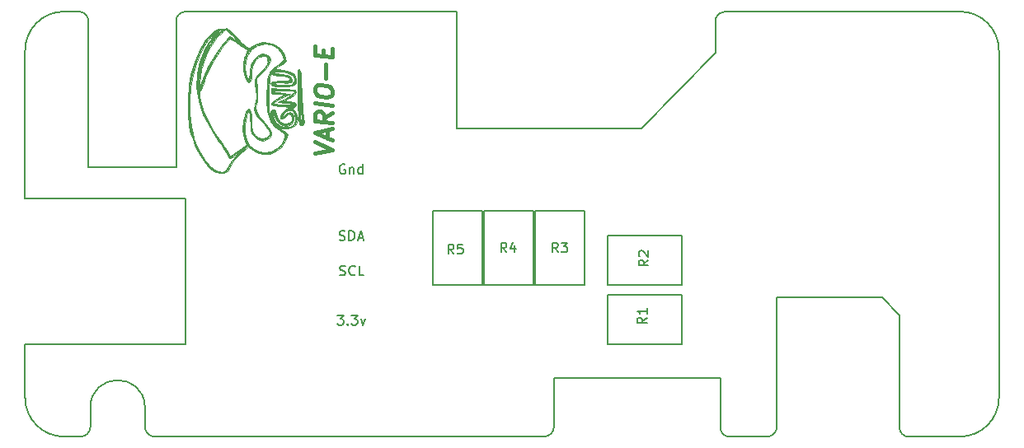
<source format=gto>
%TF.GenerationSoftware,KiCad,Pcbnew,(5.0.0)*%
%TF.CreationDate,2019-07-13T01:50:26+02:00*%
%TF.ProjectId,Gnu vario V1.10,476E7520766172696F2056312E31302E,V 1.10*%
%TF.SameCoordinates,Original*%
%TF.FileFunction,Legend,Top*%
%TF.FilePolarity,Positive*%
%FSLAX46Y46*%
G04 Gerber Fmt 4.6, Leading zero omitted, Abs format (unit mm)*
G04 Created by KiCad (PCBNEW (5.0.0)) date 07/13/19 01:50:26*
%MOMM*%
%LPD*%
G01*
G04 APERTURE LIST*
%ADD10C,0.150000*%
%ADD11C,0.450000*%
%ADD12C,0.010000*%
G04 APERTURE END LIST*
D10*
X162700000Y-95300000D02*
X173500000Y-95300000D01*
X162700000Y-108600000D02*
G75*
G02X161700000Y-109600000I-1000000J0D01*
G01*
X176200000Y-109600000D02*
G75*
G02X175300000Y-108700000I0J900000D01*
G01*
X175300000Y-97100000D02*
X175300000Y-108700000D01*
X173500000Y-95300000D02*
X175300000Y-97100000D01*
X162700000Y-95300000D02*
X162700000Y-108600000D01*
X157800000Y-109600000D02*
G75*
G02X156900000Y-108700000I0J900000D01*
G01*
X85500000Y-69900000D02*
X85500000Y-85100000D01*
X102000000Y-100100000D02*
X85500000Y-100100000D01*
X102000000Y-85100000D02*
X102000000Y-100100000D01*
X101000000Y-85100000D02*
X102000000Y-85100000D01*
X101000000Y-85100000D02*
X85500000Y-85100000D01*
X148800000Y-77900000D02*
X156400000Y-70100000D01*
X129800000Y-77900000D02*
X148800000Y-77900000D01*
X129800000Y-65900000D02*
X129800000Y-77900000D01*
X157800000Y-109600000D02*
X161700000Y-109600000D01*
X175700000Y-65900000D02*
X162400000Y-65900000D01*
X162400000Y-65900000D02*
X157400000Y-65900000D01*
X156402857Y-66600886D02*
G75*
G02X157400000Y-65900000I952331J-295115D01*
G01*
X156400000Y-66600000D02*
X156400000Y-70100000D01*
X98800000Y-109600000D02*
G75*
G02X97800000Y-108600000I0J1000000D01*
G01*
X92198215Y-108600000D02*
G75*
G02X91198215Y-109600000I-1000000J0D01*
G01*
X92198215Y-106600000D02*
G75*
G02X97800000Y-106500000I2801785J0D01*
G01*
X97800000Y-108600000D02*
X97800000Y-106500000D01*
X92200000Y-108600000D02*
X92198215Y-106600000D01*
X139800000Y-108600000D02*
G75*
G02X138800000Y-109600000I-1000000J0D01*
G01*
X101000000Y-66900000D02*
G75*
G02X102000000Y-65900000I1000000J0D01*
G01*
X91000000Y-65900000D02*
G75*
G02X92000000Y-66900000I0J-1000000D01*
G01*
X85500000Y-69900000D02*
G75*
G02X89500000Y-65900000I4000000J0D01*
G01*
X89500000Y-109600000D02*
G75*
G02X85500000Y-105600000I0J4000000D01*
G01*
X185500000Y-105600000D02*
G75*
G02X181500000Y-109600000I-4000000J0D01*
G01*
X181500000Y-65900000D02*
G75*
G02X185500000Y-69900000I0J-4000000D01*
G01*
X156900000Y-103600000D02*
X139800000Y-103600000D01*
X139800000Y-103600000D02*
X139800000Y-108600000D01*
X156900000Y-108700000D02*
X156900000Y-103600000D01*
X138800000Y-109600000D02*
X98800000Y-109600000D01*
X181500000Y-109600000D02*
X176200000Y-109600000D01*
X185500000Y-69900000D02*
X185500000Y-105600000D01*
X175700000Y-65900000D02*
X181500000Y-65900000D01*
X102000000Y-65900000D02*
X129800000Y-65900000D01*
X101000000Y-81900000D02*
X101000000Y-66900000D01*
X92000000Y-81900000D02*
X101000000Y-81900000D01*
X92000000Y-66900000D02*
X92000000Y-81900000D01*
X89500000Y-65900000D02*
X91000000Y-65900000D01*
X85500000Y-105600000D02*
X85500000Y-100100000D01*
X91200000Y-109600000D02*
X89500000Y-109600000D01*
D11*
X115234285Y-80461026D02*
X117034285Y-80086026D01*
X115234285Y-79261026D01*
X116520000Y-78907455D02*
X116520000Y-78050312D01*
X117034285Y-79143169D02*
X115234285Y-78318169D01*
X117034285Y-77943169D01*
X117034285Y-76314598D02*
X116177142Y-76807455D01*
X117034285Y-77343169D02*
X115234285Y-77118169D01*
X115234285Y-76432455D01*
X115320000Y-76271741D01*
X115405714Y-76196741D01*
X115577142Y-76132455D01*
X115834285Y-76164598D01*
X116005714Y-76271741D01*
X116091428Y-76368169D01*
X116177142Y-76550312D01*
X116177142Y-77236026D01*
X117034285Y-75543169D02*
X115234285Y-75318169D01*
X115234285Y-74118169D02*
X115234285Y-73775312D01*
X115320000Y-73614598D01*
X115491428Y-73464598D01*
X115834285Y-73421741D01*
X116434285Y-73496741D01*
X116777142Y-73625312D01*
X116948571Y-73818169D01*
X117034285Y-74000312D01*
X117034285Y-74343169D01*
X116948571Y-74503883D01*
X116777142Y-74653883D01*
X116434285Y-74696741D01*
X115834285Y-74621741D01*
X115491428Y-74493169D01*
X115320000Y-74300312D01*
X115234285Y-74118169D01*
X116348571Y-72714598D02*
X116348571Y-71343169D01*
X116091428Y-70453883D02*
X116091428Y-69853883D01*
X117034285Y-69714598D02*
X117034285Y-70571741D01*
X115234285Y-70346741D01*
X115234285Y-69489598D01*
D10*
X145330000Y-88970000D02*
X152950000Y-88970000D01*
X145330000Y-94050000D02*
X145330000Y-88970000D01*
X152950000Y-94050000D02*
X145330000Y-94050000D01*
X152950000Y-88970000D02*
X152950000Y-94050000D01*
X132410000Y-86420000D02*
X132410000Y-94040000D01*
X127330000Y-86420000D02*
X132410000Y-86420000D01*
X127330000Y-94040000D02*
X127330000Y-86420000D01*
X132410000Y-94040000D02*
X127330000Y-94040000D01*
X137670000Y-86420000D02*
X137670000Y-94040000D01*
X132590000Y-86420000D02*
X137670000Y-86420000D01*
X132590000Y-94040000D02*
X132590000Y-86420000D01*
X137670000Y-94040000D02*
X132590000Y-94040000D01*
X142930000Y-86420000D02*
X142930000Y-94040000D01*
X137850000Y-86420000D02*
X142930000Y-86420000D01*
X137850000Y-94040000D02*
X137850000Y-86420000D01*
X142930000Y-94040000D02*
X137850000Y-94040000D01*
X145330000Y-95030000D02*
X152950000Y-95030000D01*
X145330000Y-100110000D02*
X145330000Y-95030000D01*
X152950000Y-100110000D02*
X145330000Y-100110000D01*
X152950000Y-95030000D02*
X152950000Y-100110000D01*
D12*
G36*
X113467092Y-72500744D02*
X113483447Y-72164129D01*
X113514138Y-71961910D01*
X113560527Y-71864224D01*
X113617221Y-71841000D01*
X113687629Y-71879071D01*
X113743094Y-72014476D01*
X113787459Y-72279010D01*
X113824570Y-72704463D01*
X113858270Y-73322630D01*
X113889805Y-74095250D01*
X113923734Y-74869663D01*
X113964735Y-75594817D01*
X114009039Y-76216330D01*
X114052878Y-76679819D01*
X114083682Y-76893493D01*
X114137654Y-77248914D01*
X114102759Y-77443702D01*
X113964154Y-77560199D01*
X113963430Y-77560587D01*
X113900409Y-77574027D01*
X113900409Y-77283217D01*
X113910949Y-77089380D01*
X113884413Y-76730500D01*
X113837779Y-76318330D01*
X113792455Y-76020996D01*
X113763859Y-75915584D01*
X113727286Y-75967999D01*
X113719106Y-76194171D01*
X113734384Y-76516051D01*
X113768189Y-76855592D01*
X113815586Y-77134745D01*
X113847479Y-77238500D01*
X113900409Y-77283217D01*
X113900409Y-77574027D01*
X113729269Y-77610525D01*
X113642712Y-77536928D01*
X113639114Y-77516626D01*
X113639114Y-74792503D01*
X113651997Y-74742543D01*
X113661632Y-74479269D01*
X113667055Y-74023022D01*
X113667891Y-73682500D01*
X113665114Y-73131328D01*
X113657681Y-72767808D01*
X113646555Y-72610411D01*
X113632695Y-72677605D01*
X113623589Y-72830807D01*
X113607006Y-73458853D01*
X113608972Y-74139297D01*
X113623949Y-74608807D01*
X113639114Y-74792503D01*
X113639114Y-77516626D01*
X113613411Y-77371588D01*
X113582300Y-76991257D01*
X113551414Y-76434915D01*
X113522784Y-75741540D01*
X113498443Y-74950113D01*
X113490380Y-74615584D01*
X113471923Y-73696609D01*
X113463705Y-73001616D01*
X113467092Y-72500744D01*
X113467092Y-72500744D01*
G37*
X113467092Y-72500744D02*
X113483447Y-72164129D01*
X113514138Y-71961910D01*
X113560527Y-71864224D01*
X113617221Y-71841000D01*
X113687629Y-71879071D01*
X113743094Y-72014476D01*
X113787459Y-72279010D01*
X113824570Y-72704463D01*
X113858270Y-73322630D01*
X113889805Y-74095250D01*
X113923734Y-74869663D01*
X113964735Y-75594817D01*
X114009039Y-76216330D01*
X114052878Y-76679819D01*
X114083682Y-76893493D01*
X114137654Y-77248914D01*
X114102759Y-77443702D01*
X113964154Y-77560199D01*
X113963430Y-77560587D01*
X113900409Y-77574027D01*
X113900409Y-77283217D01*
X113910949Y-77089380D01*
X113884413Y-76730500D01*
X113837779Y-76318330D01*
X113792455Y-76020996D01*
X113763859Y-75915584D01*
X113727286Y-75967999D01*
X113719106Y-76194171D01*
X113734384Y-76516051D01*
X113768189Y-76855592D01*
X113815586Y-77134745D01*
X113847479Y-77238500D01*
X113900409Y-77283217D01*
X113900409Y-77574027D01*
X113729269Y-77610525D01*
X113642712Y-77536928D01*
X113639114Y-77516626D01*
X113639114Y-74792503D01*
X113651997Y-74742543D01*
X113661632Y-74479269D01*
X113667055Y-74023022D01*
X113667891Y-73682500D01*
X113665114Y-73131328D01*
X113657681Y-72767808D01*
X113646555Y-72610411D01*
X113632695Y-72677605D01*
X113623589Y-72830807D01*
X113607006Y-73458853D01*
X113608972Y-74139297D01*
X113623949Y-74608807D01*
X113639114Y-74792503D01*
X113639114Y-77516626D01*
X113613411Y-77371588D01*
X113582300Y-76991257D01*
X113551414Y-76434915D01*
X113522784Y-75741540D01*
X113498443Y-74950113D01*
X113490380Y-74615584D01*
X113471923Y-73696609D01*
X113463705Y-73001616D01*
X113467092Y-72500744D01*
G36*
X102239158Y-75397000D02*
X102247416Y-74563156D01*
X102268314Y-73918831D01*
X102308395Y-73399620D01*
X102374201Y-72941115D01*
X102472274Y-72478911D01*
X102577463Y-72066574D01*
X102950153Y-70911583D01*
X103414995Y-69867289D01*
X103948046Y-68979052D01*
X104525364Y-68292233D01*
X104612488Y-68211014D01*
X105043375Y-67861511D01*
X105351879Y-67703457D01*
X105506935Y-67698288D01*
X105828364Y-67695284D01*
X105992284Y-67638609D01*
X106117873Y-67610945D01*
X106278976Y-67672273D01*
X106509057Y-67848037D01*
X106841582Y-68163681D01*
X107295396Y-68629380D01*
X107746259Y-69096263D01*
X108060255Y-69403543D01*
X108274519Y-69576661D01*
X108426181Y-69641057D01*
X108552374Y-69622172D01*
X108659894Y-69564226D01*
X109350215Y-69206122D01*
X109956454Y-69050620D01*
X110539133Y-69091498D01*
X111133113Y-69310011D01*
X111694204Y-69717154D01*
X112092786Y-70295015D01*
X112242123Y-70723847D01*
X112265131Y-70938036D01*
X112180917Y-71104393D01*
X111942485Y-71286098D01*
X111726994Y-71416404D01*
X111131112Y-71765614D01*
X111996259Y-71925288D01*
X112626768Y-72077722D01*
X113037798Y-72274608D01*
X113263160Y-72541428D01*
X113336666Y-72903663D01*
X113337000Y-72935716D01*
X113293357Y-73238855D01*
X113138253Y-73440258D01*
X112835420Y-73555219D01*
X112428609Y-73591831D01*
X112428609Y-73471297D01*
X112763008Y-73429546D01*
X112968218Y-73330981D01*
X113005154Y-73297703D01*
X113187732Y-73016147D01*
X113145337Y-72721277D01*
X112984435Y-72479579D01*
X112764080Y-72299760D01*
X112411261Y-72178381D01*
X111936685Y-72101053D01*
X111508703Y-72056578D01*
X111192712Y-72037926D01*
X111061583Y-72048044D01*
X111060249Y-72143643D01*
X111293348Y-72227877D01*
X111770375Y-72304070D01*
X111804886Y-72308213D01*
X112348049Y-72423419D01*
X112731209Y-72609175D01*
X112920297Y-72843066D01*
X112913812Y-73037757D01*
X112833885Y-73150897D01*
X112666147Y-73211695D01*
X112354586Y-73229790D01*
X111876305Y-73216289D01*
X111362908Y-73209247D01*
X111051267Y-73239647D01*
X110965580Y-73301500D01*
X111103924Y-73369025D01*
X111428173Y-73427171D01*
X111870244Y-73464039D01*
X111904063Y-73465525D01*
X112428609Y-73471297D01*
X112428609Y-73591831D01*
X112348595Y-73599033D01*
X111780038Y-73592367D01*
X111263915Y-73568652D01*
X110951625Y-73532933D01*
X110793009Y-73471270D01*
X110737908Y-73369722D01*
X110733500Y-73301500D01*
X110755996Y-73171633D01*
X110858578Y-73095435D01*
X111093881Y-73058869D01*
X111514543Y-73047899D01*
X111686000Y-73047500D01*
X112149702Y-73031781D01*
X112503216Y-72990234D01*
X112680150Y-72931276D01*
X112687750Y-72920500D01*
X112632581Y-72761758D01*
X112378693Y-72621787D01*
X111981365Y-72520578D01*
X111495874Y-72478120D01*
X111463750Y-72477873D01*
X111010973Y-72446876D01*
X110803322Y-72357377D01*
X110788949Y-72317250D01*
X110746318Y-72286340D01*
X110678085Y-72412500D01*
X110630157Y-72652111D01*
X110587418Y-73085385D01*
X110552467Y-73652003D01*
X110527905Y-74291641D01*
X110516333Y-74943978D01*
X110520351Y-75548691D01*
X110530259Y-75841500D01*
X110553667Y-76199886D01*
X110588948Y-76335635D01*
X110651586Y-76280083D01*
X110700293Y-76185617D01*
X110887919Y-75955936D01*
X111080787Y-75955590D01*
X111230574Y-76165627D01*
X111282715Y-76414041D01*
X111429647Y-76910179D01*
X111738000Y-77262023D01*
X112163285Y-77423562D01*
X112264087Y-77429000D01*
X112673024Y-77344908D01*
X112894776Y-77108670D01*
X112907237Y-76744348D01*
X112904262Y-76732150D01*
X112757818Y-76471289D01*
X112547715Y-76437249D01*
X112337776Y-76637158D01*
X112321000Y-76667000D01*
X112141442Y-76847269D01*
X111913806Y-76917448D01*
X111733314Y-76865449D01*
X111686000Y-76747628D01*
X111769317Y-76504920D01*
X111968031Y-76222656D01*
X112205279Y-75992349D01*
X112393717Y-75905000D01*
X112556768Y-75836483D01*
X112575000Y-75783564D01*
X112458531Y-75719910D01*
X112387171Y-75706996D01*
X112387171Y-75506854D01*
X112745745Y-75501276D01*
X112981461Y-75474791D01*
X113030795Y-75429462D01*
X112860946Y-75366752D01*
X112521799Y-75304043D01*
X112215878Y-75267873D01*
X111495500Y-75200822D01*
X112194000Y-74839352D01*
X112753762Y-74533412D01*
X113075628Y-74309303D01*
X113156581Y-74155469D01*
X112993601Y-74060353D01*
X112583674Y-74012400D01*
X111974838Y-74000000D01*
X111403990Y-74012529D01*
X111080190Y-74046273D01*
X111004978Y-74095470D01*
X111179890Y-74154359D01*
X111606465Y-74217176D01*
X111908706Y-74247725D01*
X112765500Y-74325203D01*
X111813000Y-74822278D01*
X111356264Y-75063754D01*
X111098963Y-75216237D01*
X111014606Y-75306814D01*
X111076704Y-75362572D01*
X111241500Y-75406651D01*
X111568328Y-75458691D01*
X111972459Y-75492375D01*
X112387171Y-75506854D01*
X112387171Y-75706996D01*
X112151220Y-75664292D01*
X111716207Y-75627599D01*
X111654250Y-75624814D01*
X111104516Y-75577782D01*
X110802947Y-75486105D01*
X110748038Y-75341937D01*
X110938283Y-75137429D01*
X111372176Y-74864732D01*
X111495500Y-74797321D01*
X112257500Y-74388142D01*
X111527250Y-74384571D01*
X111116014Y-74375193D01*
X110897832Y-74334117D01*
X110811800Y-74234185D01*
X110797000Y-74058937D01*
X110797000Y-73736874D01*
X111971750Y-73820782D01*
X112498843Y-73868092D01*
X112929973Y-73924778D01*
X113202032Y-73981693D01*
X113258613Y-74007308D01*
X113326585Y-74207076D01*
X113166124Y-74447331D01*
X112794979Y-74706028D01*
X112625750Y-74793399D01*
X112033260Y-75079500D01*
X112652277Y-75143000D01*
X113056070Y-75210465D01*
X113261091Y-75322041D01*
X113315193Y-75437752D01*
X113252338Y-75659825D01*
X113110363Y-75734047D01*
X112955315Y-75791305D01*
X112964216Y-75885597D01*
X113146692Y-76084132D01*
X113162817Y-76100273D01*
X113409495Y-76511849D01*
X113452135Y-76996808D01*
X113288700Y-77474543D01*
X113200782Y-77602373D01*
X112844989Y-77865186D01*
X112371438Y-77961258D01*
X112167496Y-77933578D01*
X112167496Y-77787332D01*
X112637700Y-77751310D01*
X112890040Y-77632791D01*
X113104567Y-77437066D01*
X113196059Y-77162834D01*
X113210000Y-76879973D01*
X113176301Y-76506591D01*
X113092088Y-76233011D01*
X113057600Y-76184400D01*
X112771882Y-76053358D01*
X112433526Y-76093859D01*
X112132341Y-76267958D01*
X111958137Y-76537714D01*
X111943861Y-76654934D01*
X111964679Y-76781714D01*
X112046192Y-76687511D01*
X112076300Y-76636808D01*
X112294139Y-76395015D01*
X112461557Y-76278745D01*
X112740327Y-76227361D01*
X112949296Y-76361539D01*
X113072619Y-76618638D01*
X113094452Y-76936017D01*
X112998951Y-77251036D01*
X112770661Y-77500797D01*
X112351029Y-77642289D01*
X111916598Y-77569549D01*
X111518310Y-77313689D01*
X111207109Y-76905823D01*
X111046061Y-76447512D01*
X110953209Y-75968500D01*
X110938604Y-76442747D01*
X111032395Y-76931672D01*
X111307022Y-77342252D01*
X111704662Y-77639226D01*
X112167496Y-77787332D01*
X112167496Y-77933578D01*
X111853636Y-77890978D01*
X111365095Y-77654735D01*
X111282994Y-77592221D01*
X111041655Y-77400519D01*
X110976491Y-77369129D01*
X111070594Y-77493328D01*
X111114500Y-77545178D01*
X111392390Y-77782689D01*
X111778822Y-78015127D01*
X111908250Y-78075945D01*
X112229297Y-78246950D01*
X112421904Y-78412113D01*
X112446759Y-78472237D01*
X112395294Y-78670966D01*
X112263920Y-79011465D01*
X112138476Y-79294967D01*
X111779544Y-79851567D01*
X111278309Y-80243751D01*
X110590180Y-80505157D01*
X110506491Y-80526093D01*
X110138230Y-80539058D01*
X110138230Y-80348382D01*
X110770397Y-80250060D01*
X111338736Y-79986922D01*
X111782096Y-79573125D01*
X111946755Y-79294800D01*
X112125504Y-78848383D01*
X112156417Y-78553617D01*
X112022728Y-78344582D01*
X111707667Y-78155357D01*
X111649830Y-78127500D01*
X111080304Y-77728122D01*
X110860500Y-77412033D01*
X110860500Y-77175000D01*
X110924000Y-77111500D01*
X110860500Y-77048000D01*
X110797000Y-77111500D01*
X110860500Y-77175000D01*
X110860500Y-77412033D01*
X110733500Y-77229401D01*
X110733500Y-76921000D01*
X110797000Y-76857500D01*
X110733500Y-76794000D01*
X110670000Y-76857500D01*
X110733500Y-76921000D01*
X110733500Y-77229401D01*
X110673770Y-77143506D01*
X110424945Y-76373417D01*
X110364481Y-76044446D01*
X110324219Y-75728097D01*
X110302147Y-75369947D01*
X110296255Y-74915574D01*
X110304529Y-74310556D01*
X110322309Y-73596564D01*
X110366592Y-72912907D01*
X110479663Y-72412266D01*
X110697453Y-72025791D01*
X111055895Y-71684634D01*
X111470501Y-71396500D01*
X111871916Y-71087233D01*
X112044179Y-70794949D01*
X112002323Y-70466703D01*
X111825968Y-70144445D01*
X111347954Y-69627974D01*
X110756796Y-69318023D01*
X110100645Y-69229117D01*
X109427654Y-69375777D01*
X109365087Y-69402271D01*
X108780345Y-69791472D01*
X108356281Y-70345625D01*
X108112442Y-71018501D01*
X108068374Y-71763870D01*
X108155507Y-72263080D01*
X108271595Y-72604876D01*
X108387710Y-72807837D01*
X108443251Y-72834580D01*
X108512456Y-72695630D01*
X108561124Y-72381019D01*
X108575523Y-72095000D01*
X108679177Y-71360145D01*
X108965456Y-70795210D01*
X109430775Y-70406854D01*
X109505180Y-70369234D01*
X109864664Y-70241167D01*
X110149109Y-70264579D01*
X110244574Y-70302583D01*
X110571216Y-70552387D01*
X110664318Y-70893493D01*
X110525031Y-71320067D01*
X110154507Y-71826271D01*
X109889820Y-72100708D01*
X109245629Y-72724882D01*
X109332829Y-73838691D01*
X109364682Y-74577248D01*
X109330467Y-75110573D01*
X109277769Y-75323813D01*
X109190633Y-75737119D01*
X109266106Y-76154653D01*
X109520889Y-76618199D01*
X109971683Y-77169542D01*
X110049130Y-77253690D01*
X110507432Y-77798553D01*
X110753482Y-78232492D01*
X110790844Y-78578521D01*
X110623083Y-78859651D01*
X110329099Y-79060988D01*
X109901634Y-79195682D01*
X109503643Y-79109413D01*
X109085663Y-78790954D01*
X109069800Y-78775201D01*
X108845785Y-78534826D01*
X108715764Y-78318768D01*
X108653310Y-78045163D01*
X108631996Y-77632150D01*
X108629073Y-77409951D01*
X108611203Y-76913398D01*
X108572669Y-76490950D01*
X108521612Y-76230199D01*
X108518687Y-76222500D01*
X108449560Y-76118621D01*
X108373430Y-76190140D01*
X108269385Y-76466591D01*
X108210113Y-76658301D01*
X108039310Y-77531006D01*
X108051644Y-78353502D01*
X108238109Y-79083883D01*
X108589699Y-79680244D01*
X108927024Y-79993940D01*
X109503389Y-80267728D01*
X110138230Y-80348382D01*
X110138230Y-80539058D01*
X110056249Y-80541945D01*
X109512012Y-80431298D01*
X108981634Y-80221838D01*
X108727793Y-80069507D01*
X108370759Y-79815276D01*
X107538908Y-80558888D01*
X106961590Y-81133735D01*
X106614845Y-81621237D01*
X106537943Y-81797805D01*
X106356206Y-82209886D01*
X106122421Y-82425861D01*
X105765665Y-82501776D01*
X105765665Y-82387441D01*
X106108229Y-82211621D01*
X106372967Y-81819272D01*
X106389440Y-81779908D01*
X106617345Y-81368110D01*
X106925643Y-80978752D01*
X106975193Y-80929490D01*
X107258906Y-80646563D01*
X107351299Y-80520192D01*
X107252000Y-80553577D01*
X106999144Y-80722353D01*
X106662211Y-80930640D01*
X106547990Y-80945488D01*
X106547990Y-80835007D01*
X107383378Y-80212681D01*
X108218765Y-79590354D01*
X107984125Y-78922427D01*
X107817040Y-78081832D01*
X107878790Y-77153317D01*
X108028338Y-76540000D01*
X108206972Y-76077504D01*
X108378737Y-75858728D01*
X108532025Y-75873440D01*
X108655229Y-76111405D01*
X108736743Y-76562389D01*
X108765000Y-77189530D01*
X108774689Y-77710674D01*
X108816234Y-78056283D01*
X108908344Y-78304480D01*
X109069733Y-78533390D01*
X109093789Y-78562256D01*
X109462454Y-78850903D01*
X109886387Y-78961941D01*
X110286016Y-78884318D01*
X110470428Y-78753429D01*
X110622935Y-78546040D01*
X110638319Y-78325919D01*
X110500339Y-78049169D01*
X110192756Y-77671892D01*
X109988731Y-77451322D01*
X109640639Y-77067307D01*
X109350720Y-76719078D01*
X109175181Y-76474603D01*
X109163231Y-76453100D01*
X109033708Y-75976520D01*
X109058955Y-75431643D01*
X109166352Y-75085549D01*
X109239407Y-74822825D01*
X109239959Y-74466176D01*
X109167432Y-73944450D01*
X109156587Y-73882970D01*
X109077553Y-73332942D01*
X109091131Y-72927803D01*
X109225492Y-72588538D01*
X109508808Y-72236130D01*
X109869026Y-71884740D01*
X110191393Y-71560762D01*
X110354524Y-71315244D01*
X110400484Y-71071748D01*
X110393190Y-70932240D01*
X110328783Y-70630708D01*
X110169229Y-70498886D01*
X110009530Y-70467921D01*
X109541618Y-70525556D01*
X109170477Y-70801957D01*
X108911237Y-71275368D01*
X108779029Y-71924033D01*
X108765000Y-72257393D01*
X108727192Y-72730766D01*
X108626226Y-73050977D01*
X108480782Y-73185481D01*
X108309545Y-73101737D01*
X108292276Y-73080817D01*
X108043671Y-72592155D01*
X107910928Y-71965815D01*
X107899596Y-71292912D01*
X108015221Y-70664562D01*
X108128079Y-70384267D01*
X108274292Y-70081922D01*
X108348579Y-69896982D01*
X108350329Y-69872283D01*
X108239460Y-69797329D01*
X107970445Y-69613166D01*
X107594278Y-69354728D01*
X107457165Y-69260370D01*
X107048966Y-68986777D01*
X106721048Y-68780799D01*
X106528428Y-68676526D01*
X106504665Y-68670187D01*
X106396095Y-68767973D01*
X106176759Y-69027533D01*
X105883498Y-69403936D01*
X105688548Y-69665581D01*
X104768351Y-71100139D01*
X104043058Y-72614023D01*
X103807942Y-73250046D01*
X103651828Y-73673129D01*
X103508304Y-73993566D01*
X103449558Y-74081355D01*
X103449558Y-73682500D01*
X103683460Y-73024826D01*
X104298501Y-71582916D01*
X105101971Y-70213494D01*
X105540425Y-69594466D01*
X105881100Y-69138562D01*
X106163189Y-68763458D01*
X106353891Y-68512619D01*
X106419308Y-68429896D01*
X106539992Y-68466891D01*
X106787096Y-68614655D01*
X106884437Y-68681456D01*
X107304500Y-68978621D01*
X106796500Y-68381975D01*
X106499694Y-68065689D01*
X106242682Y-67847765D01*
X106104471Y-67781165D01*
X105883068Y-67879456D01*
X105573629Y-68150364D01*
X105372403Y-68373143D01*
X105372403Y-68010529D01*
X105443377Y-67979628D01*
X105579717Y-67851752D01*
X105551749Y-67778237D01*
X105533995Y-67777000D01*
X105426576Y-67867206D01*
X105387372Y-67923623D01*
X105372403Y-68010529D01*
X105372403Y-68373143D01*
X105215558Y-68546788D01*
X104848259Y-69021629D01*
X104511134Y-69527788D01*
X104356403Y-69809098D01*
X104356403Y-69280529D01*
X104427377Y-69249628D01*
X104563717Y-69121752D01*
X104535749Y-69048237D01*
X104517995Y-69047000D01*
X104410576Y-69137206D01*
X104371372Y-69193623D01*
X104356403Y-69280529D01*
X104356403Y-69809098D01*
X104257532Y-69988852D01*
X104256500Y-69991350D01*
X104256500Y-69555000D01*
X104320000Y-69491500D01*
X104256500Y-69428000D01*
X104193000Y-69491500D01*
X104256500Y-69555000D01*
X104256500Y-69991350D01*
X104129500Y-70298771D01*
X104129500Y-69809000D01*
X104193000Y-69745500D01*
X104129500Y-69682000D01*
X104066000Y-69745500D01*
X104129500Y-69809000D01*
X104129500Y-70298771D01*
X104002500Y-70606192D01*
X104002500Y-70063000D01*
X104066000Y-69999500D01*
X104002500Y-69936000D01*
X103939000Y-69999500D01*
X104002500Y-70063000D01*
X104002500Y-70606192D01*
X103884571Y-70891656D01*
X103875500Y-70922403D01*
X103875500Y-70317000D01*
X103939000Y-70253500D01*
X103875500Y-70190000D01*
X103812000Y-70253500D01*
X103875500Y-70317000D01*
X103875500Y-70922403D01*
X103727333Y-71424640D01*
X103727333Y-70655667D01*
X103802834Y-70638234D01*
X103812000Y-70571000D01*
X103765532Y-70466465D01*
X103727333Y-70486334D01*
X103712133Y-70637053D01*
X103727333Y-70655667D01*
X103727333Y-71424640D01*
X103621500Y-71783379D01*
X103621500Y-70952000D01*
X103685000Y-70888500D01*
X103621500Y-70825000D01*
X103558000Y-70888500D01*
X103621500Y-70952000D01*
X103621500Y-71783379D01*
X103612565Y-71813666D01*
X103473333Y-72614195D01*
X103473333Y-71417667D01*
X103548834Y-71400234D01*
X103558000Y-71333000D01*
X103511532Y-71228465D01*
X103473333Y-71248334D01*
X103458133Y-71399053D01*
X103473333Y-71417667D01*
X103473333Y-72614195D01*
X103463518Y-72670628D01*
X103442156Y-73111000D01*
X103449558Y-73682500D01*
X103449558Y-74081355D01*
X103410561Y-74139632D01*
X103369699Y-74305221D01*
X103415919Y-74672433D01*
X103497487Y-75027531D01*
X103862039Y-76201958D01*
X104334174Y-77277925D01*
X104952838Y-78332550D01*
X105672351Y-79334000D01*
X105977041Y-79755648D01*
X106236214Y-80161437D01*
X106379701Y-80433754D01*
X106547990Y-80835007D01*
X106547990Y-80945488D01*
X106457811Y-80957211D01*
X106338582Y-80799664D01*
X106304777Y-80687141D01*
X106200061Y-80465520D01*
X105975352Y-80099117D01*
X105666460Y-79643754D01*
X105396518Y-79271297D01*
X104470220Y-77868590D01*
X103777232Y-76464462D01*
X103346333Y-75152606D01*
X103346333Y-71925667D01*
X103421834Y-71908234D01*
X103431000Y-71841000D01*
X103384532Y-71736465D01*
X103346333Y-71756334D01*
X103331133Y-71907053D01*
X103346333Y-71925667D01*
X103346333Y-75152606D01*
X103319393Y-75070588D01*
X103098537Y-73698644D01*
X103116503Y-72360305D01*
X103375126Y-71067247D01*
X103876243Y-69831145D01*
X103903345Y-69779282D01*
X104143855Y-69357280D01*
X104356676Y-69043985D01*
X104505518Y-68890951D01*
X104533420Y-68884190D01*
X104718025Y-68817715D01*
X104847569Y-68693690D01*
X104954381Y-68546719D01*
X104886875Y-68579916D01*
X104796250Y-68649801D01*
X104617895Y-68753871D01*
X104587474Y-68689987D01*
X104699072Y-68492301D01*
X104858011Y-68293186D01*
X104927774Y-68197153D01*
X104834051Y-68262681D01*
X104608503Y-68465138D01*
X103991537Y-69193593D01*
X103463891Y-70122168D01*
X103032307Y-71210783D01*
X102703523Y-72419359D01*
X102484280Y-73707815D01*
X102381317Y-75036072D01*
X102401375Y-76364048D01*
X102551194Y-77651665D01*
X102837513Y-78858842D01*
X102852577Y-78907032D01*
X103185259Y-79796365D01*
X103578781Y-80581806D01*
X104013334Y-81247262D01*
X104469109Y-81776645D01*
X104926295Y-82153863D01*
X105365084Y-82362825D01*
X105765665Y-82387441D01*
X105765665Y-82501776D01*
X105761776Y-82502604D01*
X105604990Y-82507056D01*
X105054645Y-82386794D01*
X104501062Y-82036484D01*
X103961974Y-81479208D01*
X103455112Y-80738050D01*
X102998211Y-79836095D01*
X102609003Y-78796424D01*
X102514714Y-78484284D01*
X102404118Y-78065574D01*
X102326416Y-77668013D01*
X102276409Y-77233376D01*
X102248901Y-76703438D01*
X102238696Y-76019976D01*
X102239158Y-75397000D01*
X102239158Y-75397000D01*
G37*
X102239158Y-75397000D02*
X102247416Y-74563156D01*
X102268314Y-73918831D01*
X102308395Y-73399620D01*
X102374201Y-72941115D01*
X102472274Y-72478911D01*
X102577463Y-72066574D01*
X102950153Y-70911583D01*
X103414995Y-69867289D01*
X103948046Y-68979052D01*
X104525364Y-68292233D01*
X104612488Y-68211014D01*
X105043375Y-67861511D01*
X105351879Y-67703457D01*
X105506935Y-67698288D01*
X105828364Y-67695284D01*
X105992284Y-67638609D01*
X106117873Y-67610945D01*
X106278976Y-67672273D01*
X106509057Y-67848037D01*
X106841582Y-68163681D01*
X107295396Y-68629380D01*
X107746259Y-69096263D01*
X108060255Y-69403543D01*
X108274519Y-69576661D01*
X108426181Y-69641057D01*
X108552374Y-69622172D01*
X108659894Y-69564226D01*
X109350215Y-69206122D01*
X109956454Y-69050620D01*
X110539133Y-69091498D01*
X111133113Y-69310011D01*
X111694204Y-69717154D01*
X112092786Y-70295015D01*
X112242123Y-70723847D01*
X112265131Y-70938036D01*
X112180917Y-71104393D01*
X111942485Y-71286098D01*
X111726994Y-71416404D01*
X111131112Y-71765614D01*
X111996259Y-71925288D01*
X112626768Y-72077722D01*
X113037798Y-72274608D01*
X113263160Y-72541428D01*
X113336666Y-72903663D01*
X113337000Y-72935716D01*
X113293357Y-73238855D01*
X113138253Y-73440258D01*
X112835420Y-73555219D01*
X112428609Y-73591831D01*
X112428609Y-73471297D01*
X112763008Y-73429546D01*
X112968218Y-73330981D01*
X113005154Y-73297703D01*
X113187732Y-73016147D01*
X113145337Y-72721277D01*
X112984435Y-72479579D01*
X112764080Y-72299760D01*
X112411261Y-72178381D01*
X111936685Y-72101053D01*
X111508703Y-72056578D01*
X111192712Y-72037926D01*
X111061583Y-72048044D01*
X111060249Y-72143643D01*
X111293348Y-72227877D01*
X111770375Y-72304070D01*
X111804886Y-72308213D01*
X112348049Y-72423419D01*
X112731209Y-72609175D01*
X112920297Y-72843066D01*
X112913812Y-73037757D01*
X112833885Y-73150897D01*
X112666147Y-73211695D01*
X112354586Y-73229790D01*
X111876305Y-73216289D01*
X111362908Y-73209247D01*
X111051267Y-73239647D01*
X110965580Y-73301500D01*
X111103924Y-73369025D01*
X111428173Y-73427171D01*
X111870244Y-73464039D01*
X111904063Y-73465525D01*
X112428609Y-73471297D01*
X112428609Y-73591831D01*
X112348595Y-73599033D01*
X111780038Y-73592367D01*
X111263915Y-73568652D01*
X110951625Y-73532933D01*
X110793009Y-73471270D01*
X110737908Y-73369722D01*
X110733500Y-73301500D01*
X110755996Y-73171633D01*
X110858578Y-73095435D01*
X111093881Y-73058869D01*
X111514543Y-73047899D01*
X111686000Y-73047500D01*
X112149702Y-73031781D01*
X112503216Y-72990234D01*
X112680150Y-72931276D01*
X112687750Y-72920500D01*
X112632581Y-72761758D01*
X112378693Y-72621787D01*
X111981365Y-72520578D01*
X111495874Y-72478120D01*
X111463750Y-72477873D01*
X111010973Y-72446876D01*
X110803322Y-72357377D01*
X110788949Y-72317250D01*
X110746318Y-72286340D01*
X110678085Y-72412500D01*
X110630157Y-72652111D01*
X110587418Y-73085385D01*
X110552467Y-73652003D01*
X110527905Y-74291641D01*
X110516333Y-74943978D01*
X110520351Y-75548691D01*
X110530259Y-75841500D01*
X110553667Y-76199886D01*
X110588948Y-76335635D01*
X110651586Y-76280083D01*
X110700293Y-76185617D01*
X110887919Y-75955936D01*
X111080787Y-75955590D01*
X111230574Y-76165627D01*
X111282715Y-76414041D01*
X111429647Y-76910179D01*
X111738000Y-77262023D01*
X112163285Y-77423562D01*
X112264087Y-77429000D01*
X112673024Y-77344908D01*
X112894776Y-77108670D01*
X112907237Y-76744348D01*
X112904262Y-76732150D01*
X112757818Y-76471289D01*
X112547715Y-76437249D01*
X112337776Y-76637158D01*
X112321000Y-76667000D01*
X112141442Y-76847269D01*
X111913806Y-76917448D01*
X111733314Y-76865449D01*
X111686000Y-76747628D01*
X111769317Y-76504920D01*
X111968031Y-76222656D01*
X112205279Y-75992349D01*
X112393717Y-75905000D01*
X112556768Y-75836483D01*
X112575000Y-75783564D01*
X112458531Y-75719910D01*
X112387171Y-75706996D01*
X112387171Y-75506854D01*
X112745745Y-75501276D01*
X112981461Y-75474791D01*
X113030795Y-75429462D01*
X112860946Y-75366752D01*
X112521799Y-75304043D01*
X112215878Y-75267873D01*
X111495500Y-75200822D01*
X112194000Y-74839352D01*
X112753762Y-74533412D01*
X113075628Y-74309303D01*
X113156581Y-74155469D01*
X112993601Y-74060353D01*
X112583674Y-74012400D01*
X111974838Y-74000000D01*
X111403990Y-74012529D01*
X111080190Y-74046273D01*
X111004978Y-74095470D01*
X111179890Y-74154359D01*
X111606465Y-74217176D01*
X111908706Y-74247725D01*
X112765500Y-74325203D01*
X111813000Y-74822278D01*
X111356264Y-75063754D01*
X111098963Y-75216237D01*
X111014606Y-75306814D01*
X111076704Y-75362572D01*
X111241500Y-75406651D01*
X111568328Y-75458691D01*
X111972459Y-75492375D01*
X112387171Y-75506854D01*
X112387171Y-75706996D01*
X112151220Y-75664292D01*
X111716207Y-75627599D01*
X111654250Y-75624814D01*
X111104516Y-75577782D01*
X110802947Y-75486105D01*
X110748038Y-75341937D01*
X110938283Y-75137429D01*
X111372176Y-74864732D01*
X111495500Y-74797321D01*
X112257500Y-74388142D01*
X111527250Y-74384571D01*
X111116014Y-74375193D01*
X110897832Y-74334117D01*
X110811800Y-74234185D01*
X110797000Y-74058937D01*
X110797000Y-73736874D01*
X111971750Y-73820782D01*
X112498843Y-73868092D01*
X112929973Y-73924778D01*
X113202032Y-73981693D01*
X113258613Y-74007308D01*
X113326585Y-74207076D01*
X113166124Y-74447331D01*
X112794979Y-74706028D01*
X112625750Y-74793399D01*
X112033260Y-75079500D01*
X112652277Y-75143000D01*
X113056070Y-75210465D01*
X113261091Y-75322041D01*
X113315193Y-75437752D01*
X113252338Y-75659825D01*
X113110363Y-75734047D01*
X112955315Y-75791305D01*
X112964216Y-75885597D01*
X113146692Y-76084132D01*
X113162817Y-76100273D01*
X113409495Y-76511849D01*
X113452135Y-76996808D01*
X113288700Y-77474543D01*
X113200782Y-77602373D01*
X112844989Y-77865186D01*
X112371438Y-77961258D01*
X112167496Y-77933578D01*
X112167496Y-77787332D01*
X112637700Y-77751310D01*
X112890040Y-77632791D01*
X113104567Y-77437066D01*
X113196059Y-77162834D01*
X113210000Y-76879973D01*
X113176301Y-76506591D01*
X113092088Y-76233011D01*
X113057600Y-76184400D01*
X112771882Y-76053358D01*
X112433526Y-76093859D01*
X112132341Y-76267958D01*
X111958137Y-76537714D01*
X111943861Y-76654934D01*
X111964679Y-76781714D01*
X112046192Y-76687511D01*
X112076300Y-76636808D01*
X112294139Y-76395015D01*
X112461557Y-76278745D01*
X112740327Y-76227361D01*
X112949296Y-76361539D01*
X113072619Y-76618638D01*
X113094452Y-76936017D01*
X112998951Y-77251036D01*
X112770661Y-77500797D01*
X112351029Y-77642289D01*
X111916598Y-77569549D01*
X111518310Y-77313689D01*
X111207109Y-76905823D01*
X111046061Y-76447512D01*
X110953209Y-75968500D01*
X110938604Y-76442747D01*
X111032395Y-76931672D01*
X111307022Y-77342252D01*
X111704662Y-77639226D01*
X112167496Y-77787332D01*
X112167496Y-77933578D01*
X111853636Y-77890978D01*
X111365095Y-77654735D01*
X111282994Y-77592221D01*
X111041655Y-77400519D01*
X110976491Y-77369129D01*
X111070594Y-77493328D01*
X111114500Y-77545178D01*
X111392390Y-77782689D01*
X111778822Y-78015127D01*
X111908250Y-78075945D01*
X112229297Y-78246950D01*
X112421904Y-78412113D01*
X112446759Y-78472237D01*
X112395294Y-78670966D01*
X112263920Y-79011465D01*
X112138476Y-79294967D01*
X111779544Y-79851567D01*
X111278309Y-80243751D01*
X110590180Y-80505157D01*
X110506491Y-80526093D01*
X110138230Y-80539058D01*
X110138230Y-80348382D01*
X110770397Y-80250060D01*
X111338736Y-79986922D01*
X111782096Y-79573125D01*
X111946755Y-79294800D01*
X112125504Y-78848383D01*
X112156417Y-78553617D01*
X112022728Y-78344582D01*
X111707667Y-78155357D01*
X111649830Y-78127500D01*
X111080304Y-77728122D01*
X110860500Y-77412033D01*
X110860500Y-77175000D01*
X110924000Y-77111500D01*
X110860500Y-77048000D01*
X110797000Y-77111500D01*
X110860500Y-77175000D01*
X110860500Y-77412033D01*
X110733500Y-77229401D01*
X110733500Y-76921000D01*
X110797000Y-76857500D01*
X110733500Y-76794000D01*
X110670000Y-76857500D01*
X110733500Y-76921000D01*
X110733500Y-77229401D01*
X110673770Y-77143506D01*
X110424945Y-76373417D01*
X110364481Y-76044446D01*
X110324219Y-75728097D01*
X110302147Y-75369947D01*
X110296255Y-74915574D01*
X110304529Y-74310556D01*
X110322309Y-73596564D01*
X110366592Y-72912907D01*
X110479663Y-72412266D01*
X110697453Y-72025791D01*
X111055895Y-71684634D01*
X111470501Y-71396500D01*
X111871916Y-71087233D01*
X112044179Y-70794949D01*
X112002323Y-70466703D01*
X111825968Y-70144445D01*
X111347954Y-69627974D01*
X110756796Y-69318023D01*
X110100645Y-69229117D01*
X109427654Y-69375777D01*
X109365087Y-69402271D01*
X108780345Y-69791472D01*
X108356281Y-70345625D01*
X108112442Y-71018501D01*
X108068374Y-71763870D01*
X108155507Y-72263080D01*
X108271595Y-72604876D01*
X108387710Y-72807837D01*
X108443251Y-72834580D01*
X108512456Y-72695630D01*
X108561124Y-72381019D01*
X108575523Y-72095000D01*
X108679177Y-71360145D01*
X108965456Y-70795210D01*
X109430775Y-70406854D01*
X109505180Y-70369234D01*
X109864664Y-70241167D01*
X110149109Y-70264579D01*
X110244574Y-70302583D01*
X110571216Y-70552387D01*
X110664318Y-70893493D01*
X110525031Y-71320067D01*
X110154507Y-71826271D01*
X109889820Y-72100708D01*
X109245629Y-72724882D01*
X109332829Y-73838691D01*
X109364682Y-74577248D01*
X109330467Y-75110573D01*
X109277769Y-75323813D01*
X109190633Y-75737119D01*
X109266106Y-76154653D01*
X109520889Y-76618199D01*
X109971683Y-77169542D01*
X110049130Y-77253690D01*
X110507432Y-77798553D01*
X110753482Y-78232492D01*
X110790844Y-78578521D01*
X110623083Y-78859651D01*
X110329099Y-79060988D01*
X109901634Y-79195682D01*
X109503643Y-79109413D01*
X109085663Y-78790954D01*
X109069800Y-78775201D01*
X108845785Y-78534826D01*
X108715764Y-78318768D01*
X108653310Y-78045163D01*
X108631996Y-77632150D01*
X108629073Y-77409951D01*
X108611203Y-76913398D01*
X108572669Y-76490950D01*
X108521612Y-76230199D01*
X108518687Y-76222500D01*
X108449560Y-76118621D01*
X108373430Y-76190140D01*
X108269385Y-76466591D01*
X108210113Y-76658301D01*
X108039310Y-77531006D01*
X108051644Y-78353502D01*
X108238109Y-79083883D01*
X108589699Y-79680244D01*
X108927024Y-79993940D01*
X109503389Y-80267728D01*
X110138230Y-80348382D01*
X110138230Y-80539058D01*
X110056249Y-80541945D01*
X109512012Y-80431298D01*
X108981634Y-80221838D01*
X108727793Y-80069507D01*
X108370759Y-79815276D01*
X107538908Y-80558888D01*
X106961590Y-81133735D01*
X106614845Y-81621237D01*
X106537943Y-81797805D01*
X106356206Y-82209886D01*
X106122421Y-82425861D01*
X105765665Y-82501776D01*
X105765665Y-82387441D01*
X106108229Y-82211621D01*
X106372967Y-81819272D01*
X106389440Y-81779908D01*
X106617345Y-81368110D01*
X106925643Y-80978752D01*
X106975193Y-80929490D01*
X107258906Y-80646563D01*
X107351299Y-80520192D01*
X107252000Y-80553577D01*
X106999144Y-80722353D01*
X106662211Y-80930640D01*
X106547990Y-80945488D01*
X106547990Y-80835007D01*
X107383378Y-80212681D01*
X108218765Y-79590354D01*
X107984125Y-78922427D01*
X107817040Y-78081832D01*
X107878790Y-77153317D01*
X108028338Y-76540000D01*
X108206972Y-76077504D01*
X108378737Y-75858728D01*
X108532025Y-75873440D01*
X108655229Y-76111405D01*
X108736743Y-76562389D01*
X108765000Y-77189530D01*
X108774689Y-77710674D01*
X108816234Y-78056283D01*
X108908344Y-78304480D01*
X109069733Y-78533390D01*
X109093789Y-78562256D01*
X109462454Y-78850903D01*
X109886387Y-78961941D01*
X110286016Y-78884318D01*
X110470428Y-78753429D01*
X110622935Y-78546040D01*
X110638319Y-78325919D01*
X110500339Y-78049169D01*
X110192756Y-77671892D01*
X109988731Y-77451322D01*
X109640639Y-77067307D01*
X109350720Y-76719078D01*
X109175181Y-76474603D01*
X109163231Y-76453100D01*
X109033708Y-75976520D01*
X109058955Y-75431643D01*
X109166352Y-75085549D01*
X109239407Y-74822825D01*
X109239959Y-74466176D01*
X109167432Y-73944450D01*
X109156587Y-73882970D01*
X109077553Y-73332942D01*
X109091131Y-72927803D01*
X109225492Y-72588538D01*
X109508808Y-72236130D01*
X109869026Y-71884740D01*
X110191393Y-71560762D01*
X110354524Y-71315244D01*
X110400484Y-71071748D01*
X110393190Y-70932240D01*
X110328783Y-70630708D01*
X110169229Y-70498886D01*
X110009530Y-70467921D01*
X109541618Y-70525556D01*
X109170477Y-70801957D01*
X108911237Y-71275368D01*
X108779029Y-71924033D01*
X108765000Y-72257393D01*
X108727192Y-72730766D01*
X108626226Y-73050977D01*
X108480782Y-73185481D01*
X108309545Y-73101737D01*
X108292276Y-73080817D01*
X108043671Y-72592155D01*
X107910928Y-71965815D01*
X107899596Y-71292912D01*
X108015221Y-70664562D01*
X108128079Y-70384267D01*
X108274292Y-70081922D01*
X108348579Y-69896982D01*
X108350329Y-69872283D01*
X108239460Y-69797329D01*
X107970445Y-69613166D01*
X107594278Y-69354728D01*
X107457165Y-69260370D01*
X107048966Y-68986777D01*
X106721048Y-68780799D01*
X106528428Y-68676526D01*
X106504665Y-68670187D01*
X106396095Y-68767973D01*
X106176759Y-69027533D01*
X105883498Y-69403936D01*
X105688548Y-69665581D01*
X104768351Y-71100139D01*
X104043058Y-72614023D01*
X103807942Y-73250046D01*
X103651828Y-73673129D01*
X103508304Y-73993566D01*
X103449558Y-74081355D01*
X103449558Y-73682500D01*
X103683460Y-73024826D01*
X104298501Y-71582916D01*
X105101971Y-70213494D01*
X105540425Y-69594466D01*
X105881100Y-69138562D01*
X106163189Y-68763458D01*
X106353891Y-68512619D01*
X106419308Y-68429896D01*
X106539992Y-68466891D01*
X106787096Y-68614655D01*
X106884437Y-68681456D01*
X107304500Y-68978621D01*
X106796500Y-68381975D01*
X106499694Y-68065689D01*
X106242682Y-67847765D01*
X106104471Y-67781165D01*
X105883068Y-67879456D01*
X105573629Y-68150364D01*
X105372403Y-68373143D01*
X105372403Y-68010529D01*
X105443377Y-67979628D01*
X105579717Y-67851752D01*
X105551749Y-67778237D01*
X105533995Y-67777000D01*
X105426576Y-67867206D01*
X105387372Y-67923623D01*
X105372403Y-68010529D01*
X105372403Y-68373143D01*
X105215558Y-68546788D01*
X104848259Y-69021629D01*
X104511134Y-69527788D01*
X104356403Y-69809098D01*
X104356403Y-69280529D01*
X104427377Y-69249628D01*
X104563717Y-69121752D01*
X104535749Y-69048237D01*
X104517995Y-69047000D01*
X104410576Y-69137206D01*
X104371372Y-69193623D01*
X104356403Y-69280529D01*
X104356403Y-69809098D01*
X104257532Y-69988852D01*
X104256500Y-69991350D01*
X104256500Y-69555000D01*
X104320000Y-69491500D01*
X104256500Y-69428000D01*
X104193000Y-69491500D01*
X104256500Y-69555000D01*
X104256500Y-69991350D01*
X104129500Y-70298771D01*
X104129500Y-69809000D01*
X104193000Y-69745500D01*
X104129500Y-69682000D01*
X104066000Y-69745500D01*
X104129500Y-69809000D01*
X104129500Y-70298771D01*
X104002500Y-70606192D01*
X104002500Y-70063000D01*
X104066000Y-69999500D01*
X104002500Y-69936000D01*
X103939000Y-69999500D01*
X104002500Y-70063000D01*
X104002500Y-70606192D01*
X103884571Y-70891656D01*
X103875500Y-70922403D01*
X103875500Y-70317000D01*
X103939000Y-70253500D01*
X103875500Y-70190000D01*
X103812000Y-70253500D01*
X103875500Y-70317000D01*
X103875500Y-70922403D01*
X103727333Y-71424640D01*
X103727333Y-70655667D01*
X103802834Y-70638234D01*
X103812000Y-70571000D01*
X103765532Y-70466465D01*
X103727333Y-70486334D01*
X103712133Y-70637053D01*
X103727333Y-70655667D01*
X103727333Y-71424640D01*
X103621500Y-71783379D01*
X103621500Y-70952000D01*
X103685000Y-70888500D01*
X103621500Y-70825000D01*
X103558000Y-70888500D01*
X103621500Y-70952000D01*
X103621500Y-71783379D01*
X103612565Y-71813666D01*
X103473333Y-72614195D01*
X103473333Y-71417667D01*
X103548834Y-71400234D01*
X103558000Y-71333000D01*
X103511532Y-71228465D01*
X103473333Y-71248334D01*
X103458133Y-71399053D01*
X103473333Y-71417667D01*
X103473333Y-72614195D01*
X103463518Y-72670628D01*
X103442156Y-73111000D01*
X103449558Y-73682500D01*
X103449558Y-74081355D01*
X103410561Y-74139632D01*
X103369699Y-74305221D01*
X103415919Y-74672433D01*
X103497487Y-75027531D01*
X103862039Y-76201958D01*
X104334174Y-77277925D01*
X104952838Y-78332550D01*
X105672351Y-79334000D01*
X105977041Y-79755648D01*
X106236214Y-80161437D01*
X106379701Y-80433754D01*
X106547990Y-80835007D01*
X106547990Y-80945488D01*
X106457811Y-80957211D01*
X106338582Y-80799664D01*
X106304777Y-80687141D01*
X106200061Y-80465520D01*
X105975352Y-80099117D01*
X105666460Y-79643754D01*
X105396518Y-79271297D01*
X104470220Y-77868590D01*
X103777232Y-76464462D01*
X103346333Y-75152606D01*
X103346333Y-71925667D01*
X103421834Y-71908234D01*
X103431000Y-71841000D01*
X103384532Y-71736465D01*
X103346333Y-71756334D01*
X103331133Y-71907053D01*
X103346333Y-71925667D01*
X103346333Y-75152606D01*
X103319393Y-75070588D01*
X103098537Y-73698644D01*
X103116503Y-72360305D01*
X103375126Y-71067247D01*
X103876243Y-69831145D01*
X103903345Y-69779282D01*
X104143855Y-69357280D01*
X104356676Y-69043985D01*
X104505518Y-68890951D01*
X104533420Y-68884190D01*
X104718025Y-68817715D01*
X104847569Y-68693690D01*
X104954381Y-68546719D01*
X104886875Y-68579916D01*
X104796250Y-68649801D01*
X104617895Y-68753871D01*
X104587474Y-68689987D01*
X104699072Y-68492301D01*
X104858011Y-68293186D01*
X104927774Y-68197153D01*
X104834051Y-68262681D01*
X104608503Y-68465138D01*
X103991537Y-69193593D01*
X103463891Y-70122168D01*
X103032307Y-71210783D01*
X102703523Y-72419359D01*
X102484280Y-73707815D01*
X102381317Y-75036072D01*
X102401375Y-76364048D01*
X102551194Y-77651665D01*
X102837513Y-78858842D01*
X102852577Y-78907032D01*
X103185259Y-79796365D01*
X103578781Y-80581806D01*
X104013334Y-81247262D01*
X104469109Y-81776645D01*
X104926295Y-82153863D01*
X105365084Y-82362825D01*
X105765665Y-82387441D01*
X105765665Y-82501776D01*
X105761776Y-82502604D01*
X105604990Y-82507056D01*
X105054645Y-82386794D01*
X104501062Y-82036484D01*
X103961974Y-81479208D01*
X103455112Y-80738050D01*
X102998211Y-79836095D01*
X102609003Y-78796424D01*
X102514714Y-78484284D01*
X102404118Y-78065574D01*
X102326416Y-77668013D01*
X102276409Y-77233376D01*
X102248901Y-76703438D01*
X102238696Y-76019976D01*
X102239158Y-75397000D01*
D10*
X118347142Y-81650000D02*
X118251904Y-81602380D01*
X118109047Y-81602380D01*
X117966190Y-81650000D01*
X117870952Y-81745238D01*
X117823333Y-81840476D01*
X117775714Y-82030952D01*
X117775714Y-82173809D01*
X117823333Y-82364285D01*
X117870952Y-82459523D01*
X117966190Y-82554761D01*
X118109047Y-82602380D01*
X118204285Y-82602380D01*
X118347142Y-82554761D01*
X118394761Y-82507142D01*
X118394761Y-82173809D01*
X118204285Y-82173809D01*
X118823333Y-81935714D02*
X118823333Y-82602380D01*
X118823333Y-82030952D02*
X118870952Y-81983333D01*
X118966190Y-81935714D01*
X119109047Y-81935714D01*
X119204285Y-81983333D01*
X119251904Y-82078571D01*
X119251904Y-82602380D01*
X120156666Y-82602380D02*
X120156666Y-81602380D01*
X120156666Y-82554761D02*
X120061428Y-82602380D01*
X119870952Y-82602380D01*
X119775714Y-82554761D01*
X119728095Y-82507142D01*
X119680476Y-82411904D01*
X119680476Y-82126190D01*
X119728095Y-82030952D01*
X119775714Y-81983333D01*
X119870952Y-81935714D01*
X120061428Y-81935714D01*
X120156666Y-81983333D01*
X117775714Y-89384761D02*
X117918571Y-89432380D01*
X118156666Y-89432380D01*
X118251904Y-89384761D01*
X118299523Y-89337142D01*
X118347142Y-89241904D01*
X118347142Y-89146666D01*
X118299523Y-89051428D01*
X118251904Y-89003809D01*
X118156666Y-88956190D01*
X117966190Y-88908571D01*
X117870952Y-88860952D01*
X117823333Y-88813333D01*
X117775714Y-88718095D01*
X117775714Y-88622857D01*
X117823333Y-88527619D01*
X117870952Y-88480000D01*
X117966190Y-88432380D01*
X118204285Y-88432380D01*
X118347142Y-88480000D01*
X118775714Y-89432380D02*
X118775714Y-88432380D01*
X119013809Y-88432380D01*
X119156666Y-88480000D01*
X119251904Y-88575238D01*
X119299523Y-88670476D01*
X119347142Y-88860952D01*
X119347142Y-89003809D01*
X119299523Y-89194285D01*
X119251904Y-89289523D01*
X119156666Y-89384761D01*
X119013809Y-89432380D01*
X118775714Y-89432380D01*
X119728095Y-89146666D02*
X120204285Y-89146666D01*
X119632857Y-89432380D02*
X119966190Y-88432380D01*
X120299523Y-89432380D01*
X117819523Y-92974761D02*
X117962380Y-93022380D01*
X118200476Y-93022380D01*
X118295714Y-92974761D01*
X118343333Y-92927142D01*
X118390952Y-92831904D01*
X118390952Y-92736666D01*
X118343333Y-92641428D01*
X118295714Y-92593809D01*
X118200476Y-92546190D01*
X118010000Y-92498571D01*
X117914761Y-92450952D01*
X117867142Y-92403333D01*
X117819523Y-92308095D01*
X117819523Y-92212857D01*
X117867142Y-92117619D01*
X117914761Y-92070000D01*
X118010000Y-92022380D01*
X118248095Y-92022380D01*
X118390952Y-92070000D01*
X119390952Y-92927142D02*
X119343333Y-92974761D01*
X119200476Y-93022380D01*
X119105238Y-93022380D01*
X118962380Y-92974761D01*
X118867142Y-92879523D01*
X118819523Y-92784285D01*
X118771904Y-92593809D01*
X118771904Y-92450952D01*
X118819523Y-92260476D01*
X118867142Y-92165238D01*
X118962380Y-92070000D01*
X119105238Y-92022380D01*
X119200476Y-92022380D01*
X119343333Y-92070000D01*
X119390952Y-92117619D01*
X120295714Y-93022380D02*
X119819523Y-93022380D01*
X119819523Y-92022380D01*
X117581428Y-97122380D02*
X118200476Y-97122380D01*
X117867142Y-97503333D01*
X118010000Y-97503333D01*
X118105238Y-97550952D01*
X118152857Y-97598571D01*
X118200476Y-97693809D01*
X118200476Y-97931904D01*
X118152857Y-98027142D01*
X118105238Y-98074761D01*
X118010000Y-98122380D01*
X117724285Y-98122380D01*
X117629047Y-98074761D01*
X117581428Y-98027142D01*
X118629047Y-98027142D02*
X118676666Y-98074761D01*
X118629047Y-98122380D01*
X118581428Y-98074761D01*
X118629047Y-98027142D01*
X118629047Y-98122380D01*
X119010000Y-97122380D02*
X119629047Y-97122380D01*
X119295714Y-97503333D01*
X119438571Y-97503333D01*
X119533809Y-97550952D01*
X119581428Y-97598571D01*
X119629047Y-97693809D01*
X119629047Y-97931904D01*
X119581428Y-98027142D01*
X119533809Y-98074761D01*
X119438571Y-98122380D01*
X119152857Y-98122380D01*
X119057619Y-98074761D01*
X119010000Y-98027142D01*
X119962380Y-97455714D02*
X120200476Y-98122380D01*
X120438571Y-97455714D01*
X149502380Y-91436666D02*
X149026190Y-91770000D01*
X149502380Y-92008095D02*
X148502380Y-92008095D01*
X148502380Y-91627142D01*
X148550000Y-91531904D01*
X148597619Y-91484285D01*
X148692857Y-91436666D01*
X148835714Y-91436666D01*
X148930952Y-91484285D01*
X148978571Y-91531904D01*
X149026190Y-91627142D01*
X149026190Y-92008095D01*
X148597619Y-91055714D02*
X148550000Y-91008095D01*
X148502380Y-90912857D01*
X148502380Y-90674761D01*
X148550000Y-90579523D01*
X148597619Y-90531904D01*
X148692857Y-90484285D01*
X148788095Y-90484285D01*
X148930952Y-90531904D01*
X149502380Y-91103333D01*
X149502380Y-90484285D01*
X129513333Y-90822380D02*
X129180000Y-90346190D01*
X128941904Y-90822380D02*
X128941904Y-89822380D01*
X129322857Y-89822380D01*
X129418095Y-89870000D01*
X129465714Y-89917619D01*
X129513333Y-90012857D01*
X129513333Y-90155714D01*
X129465714Y-90250952D01*
X129418095Y-90298571D01*
X129322857Y-90346190D01*
X128941904Y-90346190D01*
X130418095Y-89822380D02*
X129941904Y-89822380D01*
X129894285Y-90298571D01*
X129941904Y-90250952D01*
X130037142Y-90203333D01*
X130275238Y-90203333D01*
X130370476Y-90250952D01*
X130418095Y-90298571D01*
X130465714Y-90393809D01*
X130465714Y-90631904D01*
X130418095Y-90727142D01*
X130370476Y-90774761D01*
X130275238Y-90822380D01*
X130037142Y-90822380D01*
X129941904Y-90774761D01*
X129894285Y-90727142D01*
X134933333Y-90652380D02*
X134600000Y-90176190D01*
X134361904Y-90652380D02*
X134361904Y-89652380D01*
X134742857Y-89652380D01*
X134838095Y-89700000D01*
X134885714Y-89747619D01*
X134933333Y-89842857D01*
X134933333Y-89985714D01*
X134885714Y-90080952D01*
X134838095Y-90128571D01*
X134742857Y-90176190D01*
X134361904Y-90176190D01*
X135790476Y-89985714D02*
X135790476Y-90652380D01*
X135552380Y-89604761D02*
X135314285Y-90319047D01*
X135933333Y-90319047D01*
X140233333Y-90652380D02*
X139900000Y-90176190D01*
X139661904Y-90652380D02*
X139661904Y-89652380D01*
X140042857Y-89652380D01*
X140138095Y-89700000D01*
X140185714Y-89747619D01*
X140233333Y-89842857D01*
X140233333Y-89985714D01*
X140185714Y-90080952D01*
X140138095Y-90128571D01*
X140042857Y-90176190D01*
X139661904Y-90176190D01*
X140566666Y-89652380D02*
X141185714Y-89652380D01*
X140852380Y-90033333D01*
X140995238Y-90033333D01*
X141090476Y-90080952D01*
X141138095Y-90128571D01*
X141185714Y-90223809D01*
X141185714Y-90461904D01*
X141138095Y-90557142D01*
X141090476Y-90604761D01*
X140995238Y-90652380D01*
X140709523Y-90652380D01*
X140614285Y-90604761D01*
X140566666Y-90557142D01*
X149352380Y-97366666D02*
X148876190Y-97700000D01*
X149352380Y-97938095D02*
X148352380Y-97938095D01*
X148352380Y-97557142D01*
X148400000Y-97461904D01*
X148447619Y-97414285D01*
X148542857Y-97366666D01*
X148685714Y-97366666D01*
X148780952Y-97414285D01*
X148828571Y-97461904D01*
X148876190Y-97557142D01*
X148876190Y-97938095D01*
X149352380Y-96414285D02*
X149352380Y-96985714D01*
X149352380Y-96700000D02*
X148352380Y-96700000D01*
X148495238Y-96795238D01*
X148590476Y-96890476D01*
X148638095Y-96985714D01*
M02*

</source>
